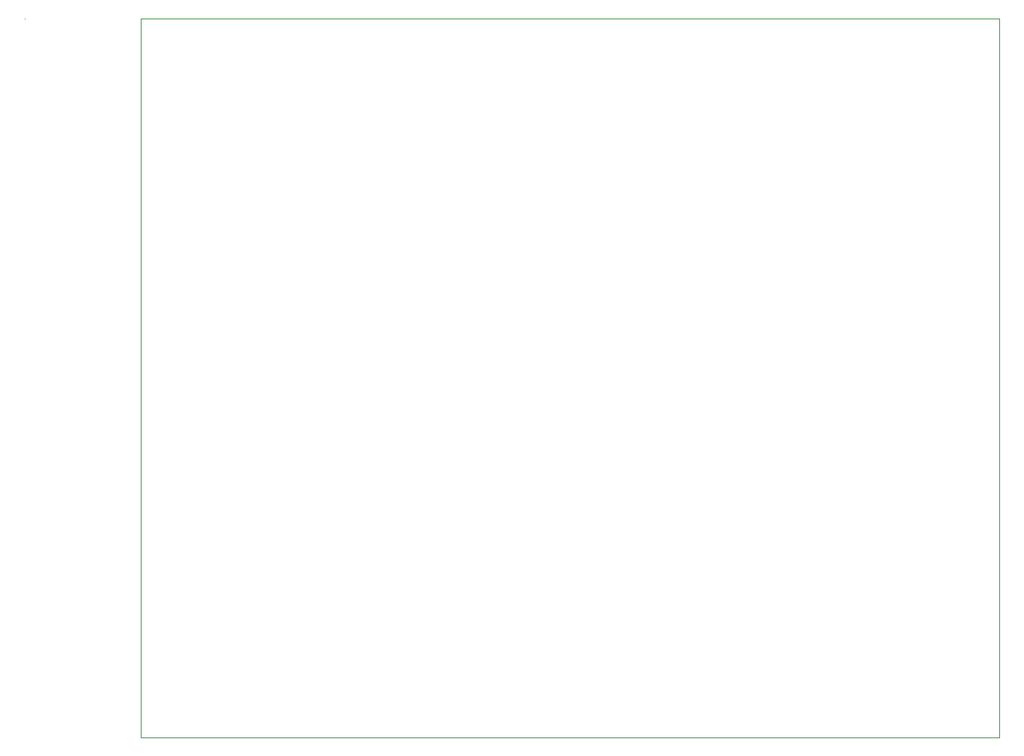
<source format=gbr>
%TF.GenerationSoftware,KiCad,Pcbnew,(6.0.10-0)*%
%TF.CreationDate,2023-11-17T22:41:50+01:00*%
%TF.ProjectId,JazzHands-v0.2,4a617a7a-4861-46e6-9473-2d76302e322e,rev?*%
%TF.SameCoordinates,Original*%
%TF.FileFunction,Profile,NP*%
%FSLAX46Y46*%
G04 Gerber Fmt 4.6, Leading zero omitted, Abs format (unit mm)*
G04 Created by KiCad (PCBNEW (6.0.10-0)) date 2023-11-17 22:41:50*
%MOMM*%
%LPD*%
G01*
G04 APERTURE LIST*
%TA.AperFunction,Profile*%
%ADD10C,0.100000*%
%TD*%
G04 APERTURE END LIST*
D10*
X127000000Y-48260000D02*
X127000000Y-48260000D01*
X127000000Y-48260000D02*
X127000000Y-48260000D01*
X127000000Y-48260000D02*
X127000000Y-48260000D01*
X127000000Y-48260000D02*
X127000000Y-48260000D01*
X233680000Y-127000000D02*
X139700000Y-127000000D01*
X139700000Y-127000000D02*
X139700000Y-48260000D01*
X139700000Y-48260000D02*
X233680000Y-48260000D01*
X233680000Y-48260000D02*
X233680000Y-127000000D01*
M02*

</source>
